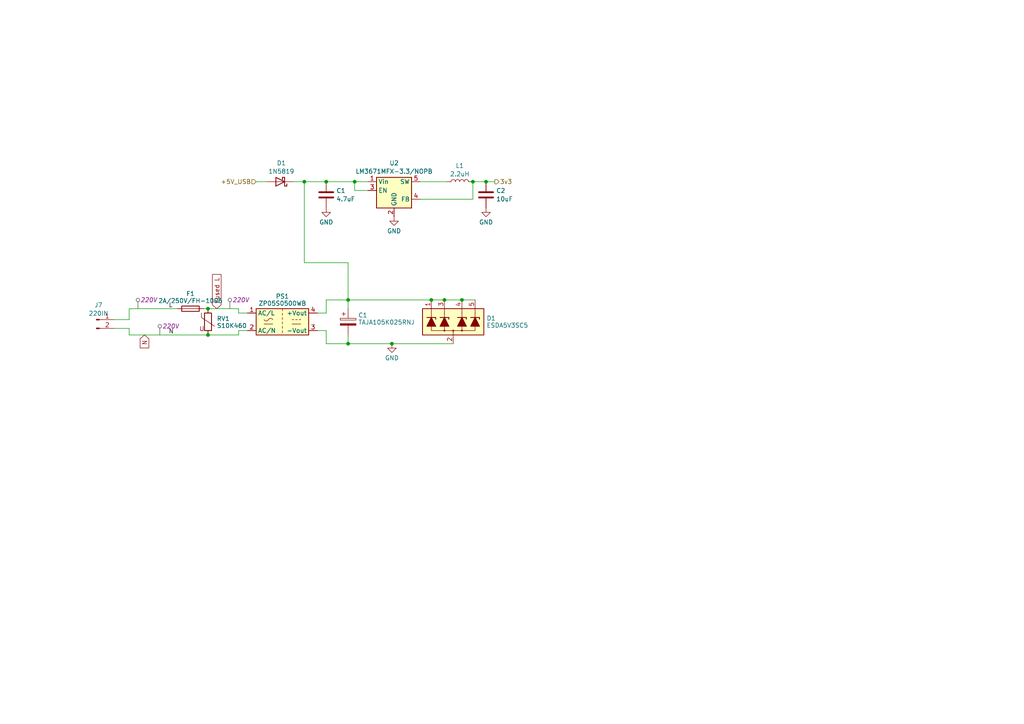
<source format=kicad_sch>
(kicad_sch (version 20230121) (generator eeschema)
  (paper "A4")
  (lib_symbols
    (symbol "Capacitor_AKL:CP_SMD_Tantalum_Kemet-A_3216" (pin_numbers hide) (pin_names (offset 0.254))
      (property "Reference" "C" (at 0.635 2.54 0))
      (property "Value" "CP_SMD_Tantalum_Kemet-A_3216" (at 0.635 -2.54 0))
      (symbol "CP_SMD_Tantalum_Kemet-A_3216_0_1"
        (rectangle (start -2.286 0.508) (end 2.286 1.016))
        (polyline (pts (xy -1.778 2.286) (xy -0.762 2.286)))
        (polyline (pts (xy -1.27 2.794) (xy -1.27 1.778)))
        (rectangle (start 2.286 -0.508) (end -2.286 -1.016) (fill (type outline)))
      )
      (symbol "CP_SMD_Tantalum_Kemet-A_3216_1_1"
        (pin passive line (at 0 3.81 270) (length 2.794) (name "~") (number "1"))
        (pin passive line (at 0 -3.81 90) (length 2.794) (name "~") (number "2"))
      )
    )
    (symbol "Capacitor_AKL:C_0805" (pin_numbers hide) (pin_names (offset 0.254))
      (property "Reference" "C" (at 0.635 2.54 0))
      (property "Value" "C_0805" (at 0.635 -2.54 0))
      (symbol "C_0805_0_1"
        (polyline (pts (xy -2.032 -0.762) (xy 2.032 -0.762)) (stroke (width 0.508)))
        (polyline (pts (xy -2.032 0.762) (xy 2.032 0.762)) (stroke (width 0.508)))
      )
      (symbol "C_0805_1_1"
        (pin passive line (at 0 3.81 270) (length 2.794) (name "~") (number "1"))
        (pin passive line (at 0 -3.81 90) (length 2.794) (name "~") (number "2"))
      )
    )
    (symbol "Connector:Conn_01x02_Pin" (pin_names (offset 1.016) hide)
      (property "Reference" "J" (at 0 2.54 0))
      (property "Value" "Conn_01x02_Pin" (at 0 -5.08 0))
      (symbol "Conn_01x02_Pin_1_1"
        (polyline (pts (xy 1.27 -2.54) (xy 0.8636 -2.54)) (stroke (width 0.1524)))
        (polyline (pts (xy 1.27 0) (xy 0.8636 0)) (stroke (width 0.1524)))
        (rectangle (start 0.8636 -2.413) (end 0 -2.667) (stroke (width 0.1524)) (fill (type outline)))
        (rectangle (start 0.8636 0.127) (end 0 -0.127) (stroke (width 0.1524)) (fill (type outline)))
        (pin passive line (at 5.08 0 180) (length 3.81) (name "Pin_1") (number "1"))
        (pin passive line (at 5.08 -2.54 180) (length 3.81) (name "Pin_2") (number "2"))
      )
    )
    (symbol "Converter_ACDC:HLK-5M03"
      (property "Reference" "PS" (at 0 5.08 0))
      (property "Value" "HLK-5M03" (at 0 -5.08 0))
      (symbol "HLK-5M03_0_1"
        (rectangle (start -7.62 3.81) (end 7.62 -3.81) (stroke (width 0.254)) (fill (type background)))
        (arc (start -5.334 0.635) (mid -4.699 0.2495) (end -4.064 0.635))
        (arc (start -2.794 0.635) (mid -3.429 1.0072) (end -4.064 0.635))
        (polyline (pts (xy -5.334 -0.635) (xy -2.794 -0.635)))
        (polyline (pts (xy 0 -2.54) (xy 0 -3.175)))
        (polyline (pts (xy 0 -1.27) (xy 0 -1.905)))
        (polyline (pts (xy 0 0) (xy 0 -0.635)))
        (polyline (pts (xy 0 1.27) (xy 0 0.635)))
        (polyline (pts (xy 0 2.54) (xy 0 1.905)))
        (polyline (pts (xy 0 3.81) (xy 0 3.175)))
        (polyline (pts (xy 2.794 -0.635) (xy 5.334 -0.635)))
        (polyline (pts (xy 2.794 0.635) (xy 3.302 0.635)))
        (polyline (pts (xy 3.81 0.635) (xy 4.318 0.635)))
        (polyline (pts (xy 4.826 0.635) (xy 5.334 0.635)))
      )
      (symbol "HLK-5M03_1_1"
        (pin power_in line (at -10.16 2.54 0) (length 2.54) (name "AC/L") (number "1"))
        (pin power_in line (at -10.16 -2.54 0) (length 2.54) (name "AC/N") (number "2"))
        (pin power_out line (at 10.16 -2.54 180) (length 2.54) (name "-Vout") (number "3"))
        (pin power_out line (at 10.16 2.54 180) (length 2.54) (name "+Vout") (number "4"))
      )
    )
    (symbol "Device:Fuse" (pin_numbers hide) (pin_names (offset 0))
      (property "Reference" "F" (at 2.032 0 90))
      (property "Value" "Fuse" (at -1.905 0 90))
      (symbol "Fuse_0_1"
        (rectangle (start -0.762 -2.54) (end 0.762 2.54) (stroke (width 0.254)))
        (polyline (pts (xy 0 2.54) (xy 0 -2.54)))
      )
      (symbol "Fuse_1_1"
        (pin passive line (at 0 3.81 270) (length 1.27) (name "~") (number "1"))
        (pin passive line (at 0 -3.81 90) (length 1.27) (name "~") (number "2"))
      )
    )
    (symbol "Device:L" (pin_numbers hide) (pin_names (offset 1.016) hide)
      (property "Reference" "L" (at -1.27 0 90))
      (property "Value" "L" (at 1.905 0 90))
      (symbol "L_0_1"
        (arc (start 0 -2.54) (mid 0.6323 -1.905) (end 0 -1.27))
        (arc (start 0 -1.27) (mid 0.6323 -0.635) (end 0 0))
        (arc (start 0 0) (mid 0.6323 0.635) (end 0 1.27))
        (arc (start 0 1.27) (mid 0.6323 1.905) (end 0 2.54))
      )
      (symbol "L_1_1"
        (pin passive line (at 0 3.81 270) (length 1.27) (name "1") (number "1"))
        (pin passive line (at 0 -3.81 90) (length 1.27) (name "2") (number "2"))
      )
    )
    (symbol "Device:Varistor" (pin_numbers hide) (pin_names (offset 0))
      (property "Reference" "RV" (at 3.175 0 90))
      (property "Value" "Varistor" (at -3.175 0 90))
      (symbol "Varistor_0_0"
        (text "U" (at -1.778 -2.032 0) (effects (font (size 1.27 1.27))))
      )
      (symbol "Varistor_0_1"
        (rectangle (start -1.016 -2.54) (end 1.016 2.54) (stroke (width 0.254)))
        (polyline (pts (xy -1.905 2.54) (xy -1.905 1.27) (xy 1.905 -1.27)))
      )
      (symbol "Varistor_1_1"
        (pin passive line (at 0 3.81 270) (length 1.27) (name "~") (number "1"))
        (pin passive line (at 0 -3.81 90) (length 1.27) (name "~") (number "2"))
      )
    )
    (symbol "Diode:1N5819" (pin_numbers hide) (pin_names (offset 1.016) hide)
      (property "Reference" "D" (at 0 2.54 0))
      (property "Value" "1N5819" (at 0 -2.54 0))
      (symbol "1N5819_0_1"
        (polyline (pts (xy 1.27 0) (xy -1.27 0)))
        (polyline (pts (xy 1.27 1.27) (xy 1.27 -1.27) (xy -1.27 0) (xy 1.27 1.27)) (stroke (width 0.254)))
        (polyline (pts (xy -1.905 0.635) (xy -1.905 1.27) (xy -1.27 1.27) (xy -1.27 -1.27) (xy -0.635 -1.27) (xy -0.635 -0.635)) (stroke (width 0.254)))
      )
      (symbol "1N5819_1_1"
        (pin passive line (at -3.81 0 0) (length 2.54) (name "K") (number "1"))
        (pin passive line (at 3.81 0 180) (length 2.54) (name "A") (number "2"))
      )
    )
    (symbol "PCM_Diode_TVS_AKL:ESDA5V3SC5" (pin_names (offset 1.016) hide)
      (property "Reference" "D" (at 10.16 1.27 0))
      (property "Value" "ESDA5V3SC5" (at 10.16 -1.27 0))
      (symbol "ESDA5V3SC5_0_1"
        (circle (center -2.54 -2.54) (radius 0.1778) (fill (type outline)))
        (circle (center 0 -2.54) (radius 0.1778) (fill (type outline)))
        (polyline (pts (xy -6.35 1.27) (xy -6.35 2.54)))
        (polyline (pts (xy -6.35 2.54) (xy -6.35 3.81)))
        (polyline (pts (xy -2.54 -2.54) (xy -2.54 -1.27)))
        (polyline (pts (xy -2.54 1.27) (xy -2.54 2.54)))
        (polyline (pts (xy -2.54 2.54) (xy -2.54 3.81)))
        (polyline (pts (xy 0 -3.81) (xy 0 -2.54)))
        (polyline (pts (xy 2.54 -2.54) (xy 2.54 -1.27)))
        (polyline (pts (xy 2.54 1.27) (xy 2.54 2.54)))
        (polyline (pts (xy 2.54 2.54) (xy 2.54 3.81)))
        (polyline (pts (xy 6.35 1.27) (xy 6.35 2.54)))
        (polyline (pts (xy 6.35 2.54) (xy 6.35 3.81)))
        (polyline (pts (xy 6.35 -1.27) (xy 6.35 -2.54) (xy -6.35 -2.54) (xy -6.35 -1.27)))
        (circle (center 2.54 -2.54) (radius 0.1778) (fill (type outline)))
        (rectangle (start 8.89 3.81) (end -8.89 -3.81) (stroke (width 0.254)) (fill (type background)))
      )
      (symbol "ESDA5V3SC5_1_1"
        (polyline (pts (xy -7.62 1.27) (xy -5.08 1.27)) (stroke (width 0.254)))
        (polyline (pts (xy -6.35 -1.27) (xy -6.35 1.27)))
        (polyline (pts (xy -5.08 1.27) (xy -5.08 0.762)) (stroke (width 0.254)))
        (polyline (pts (xy -3.81 1.27) (xy -1.27 1.27)) (stroke (width 0.254)))
        (polyline (pts (xy -2.54 -1.27) (xy -2.54 1.27)))
        (polyline (pts (xy -1.27 1.27) (xy -1.27 0.762)) (stroke (width 0.254)))
        (polyline (pts (xy 1.27 1.27) (xy 3.81 1.27)) (stroke (width 0.254)))
        (polyline (pts (xy 2.54 -1.27) (xy 2.54 1.27)))
        (polyline (pts (xy 3.81 1.27) (xy 3.81 0.762)) (stroke (width 0.254)))
        (polyline (pts (xy 5.08 1.27) (xy 7.62 1.27)) (stroke (width 0.254)))
        (polyline (pts (xy 6.35 -1.27) (xy 6.35 1.27)))
        (polyline (pts (xy 7.62 1.27) (xy 7.62 0.762)) (stroke (width 0.254)))
        (polyline (pts (xy -5.08 -1.27) (xy -7.62 -1.27) (xy -6.35 1.27) (xy -5.08 -1.27)) (stroke (width 0.254)) (fill (type outline)))
        (polyline (pts (xy -1.27 -1.27) (xy -3.81 -1.27) (xy -2.54 1.27) (xy -1.27 -1.27)) (stroke (width 0.254)) (fill (type outline)))
        (polyline (pts (xy 3.81 -1.27) (xy 1.27 -1.27) (xy 2.54 1.27) (xy 3.81 -1.27)) (stroke (width 0.254)) (fill (type outline)))
        (polyline (pts (xy 7.62 -1.27) (xy 5.08 -1.27) (xy 6.35 1.27) (xy 7.62 -1.27)) (stroke (width 0.254)) (fill (type outline)))
        (pin passive line (at -6.35 6.35 270) (length 2.54) (name "L1") (number "1"))
        (pin passive line (at 0 -6.35 90) (length 2.54) (name "VN") (number "2"))
        (pin passive line (at -2.54 6.35 270) (length 2.54) (name "L2") (number "3"))
        (pin passive line (at 2.54 6.35 270) (length 2.54) (name "L3") (number "4"))
        (pin passive line (at 6.35 6.35 270) (length 2.54) (name "L4") (number "5"))
      )
    )
    (symbol "Regulator_Switching:LM3670MF"
      (property "Reference" "U" (at -5.08 5.08 0))
      (property "Value" "LM3670MF" (at 0 5.08 0))
      (symbol "LM3670MF_0_1"
        (rectangle (start -5.08 3.81) (end 5.08 -5.08) (stroke (width 0.254)) (fill (type background)))
      )
      (symbol "LM3670MF_1_1"
        (pin power_in line (at -7.62 2.54 0) (length 2.54) (name "Vin") (number "1"))
        (pin power_in line (at 0 -7.62 90) (length 2.54) (name "GND") (number "2"))
        (pin input line (at -7.62 0 0) (length 2.54) (name "EN") (number "3"))
        (pin input line (at 7.62 -2.54 180) (length 2.54) (name "FB") (number "4"))
        (pin input line (at 7.62 2.54 180) (length 2.54) (name "SW") (number "5"))
      )
    )
    (symbol "power:GND" (power) (pin_names (offset 0))
      (property "Value" "GND" (at 0 -3.81 0))
      (symbol "GND_0_1"
        (polyline (pts (xy 0 0) (xy 0 -1.27) (xy 1.27 -1.27) (xy 0 -2.54) (xy -1.27 -1.27) (xy 0 -1.27)))
      )
      (symbol "GND_1_1"
        (pin power_in line (at 0 0 270) (length 0) hide (name "GND") (number "1"))
      )
    )
  )
  (junction (at 94.615 52.705))
  (junction (at 133.985 86.995))
  (junction (at 88.265 52.705))
  (junction (at 140.97 52.705))
  (junction (at 125.095 86.995))
  (junction (at 60.325 97.155))
  (junction (at 137.16 52.705))
  (junction (at 60.325 89.535))
  (junction (at 100.965 86.995))
  (junction (at 128.905 86.995))
  (junction (at 100.965 99.695))
  (junction (at 113.665 99.695))
  (junction (at 102.87 52.705))
  (wire (pts (xy 85.09 52.705) (xy 88.265 52.705)))
  (wire (pts (xy 33.02 95.25) (xy 37.465 95.25)))
  (wire (pts (xy 100.965 97.155) (xy 100.965 99.695)))
  (wire (pts (xy 69.215 90.805) (xy 71.755 90.805)))
  (wire (pts (xy 133.985 86.995) (xy 128.905 86.995)))
  (wire (pts (xy 94.615 99.695) (xy 100.965 99.695)))
  (wire (pts (xy 94.615 86.995) (xy 100.965 86.995)))
  (wire (pts (xy 94.615 52.705) (xy 102.87 52.705)))
  (wire (pts (xy 60.325 89.535) (xy 69.215 89.535)))
  (wire (pts (xy 74.295 52.705) (xy 77.47 52.705)))
  (wire (pts (xy 94.615 95.885) (xy 94.615 99.695)))
  (wire (pts (xy 69.215 89.535) (xy 69.215 90.805)))
  (wire (pts (xy 59.055 89.535) (xy 60.325 89.535)))
  (wire (pts (xy 33.02 92.71) (xy 37.465 92.71)))
  (wire (pts (xy 37.465 89.535) (xy 51.435 89.535)))
  (wire (pts (xy 94.615 90.805) (xy 94.615 86.995)))
  (wire (pts (xy 102.87 52.705) (xy 106.68 52.705)))
  (wire (pts (xy 100.965 99.695) (xy 113.665 99.695)))
  (wire (pts (xy 133.985 86.995) (xy 137.795 86.995)))
  (wire (pts (xy 137.16 57.785) (xy 137.16 52.705)))
  (wire (pts (xy 37.465 92.71) (xy 37.465 89.535)))
  (wire (pts (xy 88.265 76.2) (xy 100.965 76.2)))
  (wire (pts (xy 140.97 52.705) (xy 143.51 52.705)))
  (wire (pts (xy 100.965 86.995) (xy 100.965 89.535)))
  (wire (pts (xy 121.92 52.705) (xy 129.54 52.705)))
  (wire (pts (xy 128.905 86.995) (xy 125.095 86.995)))
  (wire (pts (xy 100.965 86.995) (xy 125.095 86.995)))
  (wire (pts (xy 37.465 95.25) (xy 37.465 97.155)))
  (wire (pts (xy 92.075 90.805) (xy 94.615 90.805)))
  (wire (pts (xy 88.265 52.705) (xy 94.615 52.705)))
  (wire (pts (xy 137.16 52.705) (xy 140.97 52.705)))
  (wire (pts (xy 69.215 97.155) (xy 69.215 95.885)))
  (wire (pts (xy 69.215 95.885) (xy 71.755 95.885)))
  (wire (pts (xy 92.075 95.885) (xy 94.615 95.885)))
  (wire (pts (xy 60.325 97.155) (xy 69.215 97.155)))
  (wire (pts (xy 113.665 99.695) (xy 131.445 99.695)))
  (wire (pts (xy 102.87 55.245) (xy 102.87 52.705)))
  (wire (pts (xy 88.265 52.705) (xy 88.265 76.2)))
  (wire (pts (xy 121.92 57.785) (xy 137.16 57.785)))
  (wire (pts (xy 100.965 76.2) (xy 100.965 86.995)))
  (wire (pts (xy 37.465 97.155) (xy 60.325 97.155)))
  (wire (pts (xy 106.68 55.245) (xy 102.87 55.245)))
  (label "N" (at 48.895 97.155 0))
  (label "L" (at 48.895 89.535 0))
  (global_label "N" (shape input) (at 41.91 97.155 270) (property "Intersheetrefs" "${INTERSHEET_REFS}" (effects hide)))
  (global_label "Fused L" (shape input) (at 62.865 89.535 90) (property "Intersheetrefs" "${INTERSHEET_REFS}" (effects hide)))
  (hierarchical_label "+5V_USB" (shape input) (at 74.295 52.705 180))
  (hierarchical_label "3v3" (shape output) (at 143.51 52.705 0))
  (netclass_flag "" (length 2.54) (shape round) (at 40.005 89.535 0) (property "Netclass" "220V" (at 40.7035 86.995 0) (effects (font italic) (justify left))))
  (netclass_flag "" (length 2.54) (shape round) (at 46.355 97.155 0) (property "Netclass" "220V" (at 47.0535 94.615 0) (effects (font italic) (justify left))))
  (netclass_flag "" (length 2.54) (shape round) (at 66.675 89.535 0) (property "Netclass" "220V" (at 67.3735 86.995 0) (effects (font italic) (justify left))))
  (symbol (lib_id "Device:Fuse") (at 55.245 89.535 90) (unit 1)
    (property "Reference" "F1" (at 55.245 85.193 90))
    (property "Value" "2A/250V/FH-1096" (at 55.245 87.241 90))
    (property "Footprint" "Fuse:Fuseholder_Clip-5x20mm_Bel_FC-203-22_Lateral_P17.80x5.00mm_D1.17mm_Horizontal" (effects hide))
  )
  (symbol (lib_id "power:GND") (at 140.97 60.325 0) (unit 1)
    (property "Reference" "#PWR03" (effects hide))
    (property "Value" "GND" (at 140.97 64.4581 0))
    (instances (project "esp32_module" (path "" (reference "#PWR03") (unit 1))) (project "uhc-4" (path "" (reference "#PWR06") (unit 1))))
  )
  (symbol (lib_id "Diode:1N5819") (at 81.28 52.705 180) (unit 1)
    (property "Reference" "D1" (at 81.5975 47.2907 0))
    (property "Value" "1N5819" (at 81.5975 49.7149 0))
    (property "Footprint" "Diode_SMD_AKL:D_SOD-123" (effects hide))
    (property "Datasheet" "http://www.vishay.com/docs/88525/1n5817.pdf" (effects hide))
    (property "JLCPCB Part #" "C3033976" (effects hide))
  )
  (symbol (lib_id "PCM_Diode_TVS_AKL:ESDA5V3SC5") (at 131.445 93.345 0) (unit 1)
    (property "Reference" "D1" (at 141.097 92.321 0) (effects (justify left)))
    (property "Value" "ESDA5V3SC5" (at 141.097 94.369 0) (effects (justify left)))
    (property "Footprint" "Package_TO_SOT_SMD_AKL:SOT-23-5" (effects hide))
    (property "Datasheet" "https://www.tme.eu/Document/655f0152782971dfcf5646da23715810/ESDAxxSCx.pdf" (effects hide))
    (instances (project "uhc-12" (path "" (reference "D1") (unit 1))) (project "uhc-4" (path "" (reference "D2") (unit 1))))
  )
  (symbol (lib_id "power:GND") (at 113.665 99.695 0) (unit 1)
    (property "Reference" "#PWR01" (effects hide))
    (property "Value" "GND" (at 113.665 103.8281 0))
  )
  (symbol (lib_id "power:GND") (at 94.615 60.325 0) (unit 1)
    (property "Reference" "#PWR01" (effects hide))
    (property "Value" "GND" (at 94.615 64.4581 0))
    (instances (project "esp32_module" (path "" (reference "#PWR01") (unit 1))) (project "uhc-4" (path "" (reference "#PWR03") (unit 1))))
  )
  (symbol (lib_id "Connector:Conn_01x02_Pin") (at 27.94 92.71 0) (unit 1)
    (property "Reference" "J7" (at 28.575 88.4895 0))
    (property "Value" "220IN" (at 28.575 90.9137 0))
    (property "Footprint" "Connector_JST:JST_NV_B02P-NV_1x02_P5.00mm_Vertical" (effects hide))
  )
  (symbol (lib_id "power:GND") (at 114.3 62.865 0) (unit 1)
    (property "Reference" "#PWR02" (effects hide))
    (property "Value" "GND" (at 114.3 66.9981 0))
    (instances (project "esp32_module" (path "" (reference "#PWR02") (unit 1))) (project "uhc-4" (path "" (reference "#PWR04") (unit 1))))
  )
  (symbol (lib_id "Device:L") (at 133.35 52.705 90) (unit 1)
    (property "Reference" "L1" (at 133.35 48.0554 90))
    (property "Value" "2.2uH" (at 133.35 50.4796 90))
    (property "Footprint" "Inductor_SMD:L_0805_2012Metric" (effects hide))
  )
  (symbol (lib_id "Device:Varistor") (at 60.325 93.345 0) (unit 1)
    (property "Reference" "RV1" (at 62.8649 92.4202 0) (effects (justify left)))
    (property "Value" "S10K460" (at 62.8649 94.4682 0) (effects (justify left)))
    (property "Footprint" "Varistor:RV_Disc_D12mm_W7.9mm_P7.5mm" (effects hide))
    (property "Sim.Name" "kicad_builtin_varistor" (effects hide))
    (property "Sim.Device" "SUBCKT" (effects hide))
    (property "Sim.Pins" "1=A 2=B" (effects hide))
    (property "Sim.Params" "threshold=1k" (effects hide))
    (property "Sim.Library" "${KICAD7_SYMBOL_DIR}/Simulation_SPICE.sp" (effects hide))
  )
  (symbol (lib_id "Regulator_Switching:LM3670MF") (at 114.3 55.245 0) (unit 1)
    (property "Reference" "U2" (at 114.3 47.2907 0))
    (property "Value" "LM3671MFX-3.3/NOPB\n" (at 114.3 49.7149 0))
    (property "Footprint" "Package_TO_SOT_SMD:TSOT-23-5" (effects hide))
    (property "Datasheet" "http://www.ti.com/lit/ds/symlink/lm3670.pdf" (effects hide))
  )
  (symbol (lib_id "Capacitor_AKL:C_0805") (at 140.97 56.515 0) (unit 1)
    (property "Reference" "C2" (at 143.891 55.3029 0) (effects (justify left)))
    (property "Value" "10uF" (at 143.891 57.7271 0) (effects (justify left)))
    (property "Footprint" "Capacitor_SMD_AKL:C_0805_2012Metric" (effects hide))
    (instances (project "esp32_module" (path "" (reference "C2") (unit 1))) (project "uhc-4" (path "" (reference "C3") (unit 1))))
  )
  (symbol (lib_id "Capacitor_AKL:CP_SMD_Tantalum_Kemet-A_3216") (at 100.965 93.345 0) (unit 1)
    (property "Reference" "C1" (at 103.886 91.432 0) (effects (justify left)))
    (property "Value" "TAJA105K025RNJ" (at 103.886 93.48 0) (effects (justify left)))
    (property "Footprint" "Capacitor_Tantalum_SMD_AKL:CP_EIA-3216-18_Kemet-A" (effects hide))
    (instances (project "uhc-12" (path "" (reference "C1") (unit 1))) (project "uhc-4" (path "" (reference "C2") (unit 1))))
  )
  (symbol (lib_id "Capacitor_AKL:C_0805") (at 94.615 56.515 0) (unit 1)
    (property "Reference" "C1" (at 97.536 55.3029 0) (effects (justify left)))
    (property "Value" "4.7uF" (at 97.536 57.7271 0) (effects (justify left)))
    (property "Footprint" "Capacitor_SMD_AKL:C_0805_2012Metric" (effects hide))
  )
  (symbol (lib_id "Converter_ACDC:HLK-5M03") (at 81.915 93.345 0) (unit 1)
    (property "Reference" "PS1" (at 81.915 85.955 0))
    (property "Value" "ZP05S0500WB" (at 81.915 88.003 0))
    (property "Footprint" "My Footprints:ZP05SXX00WB" (effects hide))
    (property "Datasheet" "http://h.hlktech.com/download/ACDC%E7%94%B5%E6%BA%90%E6%A8%A1%E5%9D%975W%E7%B3%BB%E5%88%97/1/%E6%B5%B7%E5%87%8C%E7%A7%915W%E7%B3%BB%E5%88%97%E7%94%B5%E6%BA%90%E6%A8%A1%E5%9D%97%E8%A7%84%E6%A0%BC%E4%B9%A6V2.8.pdf" (effects hide))
  )
)
</source>
